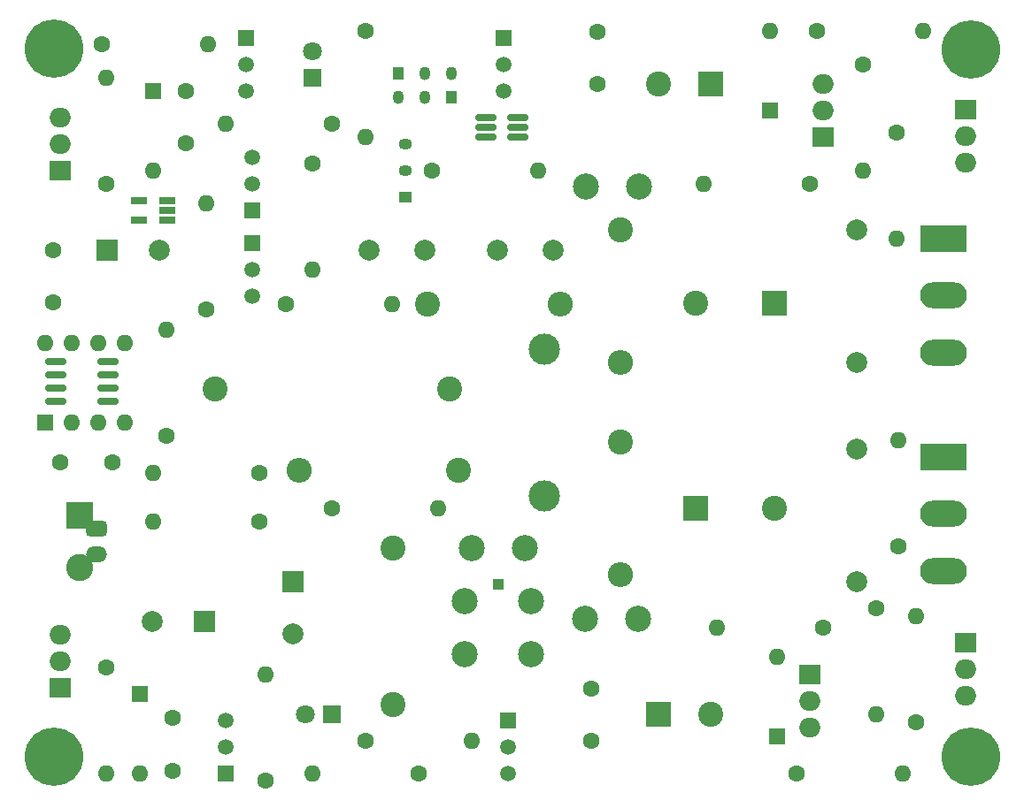
<source format=gbr>
%TF.GenerationSoftware,KiCad,Pcbnew,8.0.3*%
%TF.CreationDate,2024-07-01T09:31:08+02:00*%
%TF.ProjectId,Q17-Mini,5131372d-4d69-46e6-992e-6b696361645f,3.0.1*%
%TF.SameCoordinates,Original*%
%TF.FileFunction,Soldermask,Bot*%
%TF.FilePolarity,Negative*%
%FSLAX46Y46*%
G04 Gerber Fmt 4.6, Leading zero omitted, Abs format (unit mm)*
G04 Created by KiCad (PCBNEW 8.0.3) date 2024-07-01 09:31:08*
%MOMM*%
%LPD*%
G01*
G04 APERTURE LIST*
G04 Aperture macros list*
%AMRoundRect*
0 Rectangle with rounded corners*
0 $1 Rounding radius*
0 $2 $3 $4 $5 $6 $7 $8 $9 X,Y pos of 4 corners*
0 Add a 4 corners polygon primitive as box body*
4,1,4,$2,$3,$4,$5,$6,$7,$8,$9,$2,$3,0*
0 Add four circle primitives for the rounded corners*
1,1,$1+$1,$2,$3*
1,1,$1+$1,$4,$5*
1,1,$1+$1,$6,$7*
1,1,$1+$1,$8,$9*
0 Add four rect primitives between the rounded corners*
20,1,$1+$1,$2,$3,$4,$5,0*
20,1,$1+$1,$4,$5,$6,$7,0*
20,1,$1+$1,$6,$7,$8,$9,0*
20,1,$1+$1,$8,$9,$2,$3,0*%
G04 Aperture macros list end*
%ADD10R,2.000000X1.905000*%
%ADD11O,2.000000X1.905000*%
%ADD12C,2.500000*%
%ADD13C,1.600000*%
%ADD14O,1.600000X1.600000*%
%ADD15R,1.800000X1.800000*%
%ADD16C,1.800000*%
%ADD17R,2.400000X2.400000*%
%ADD18C,2.400000*%
%ADD19C,2.000000*%
%ADD20C,3.600000*%
%ADD21C,5.600000*%
%ADD22R,2.000000X2.000000*%
%ADD23R,1.600000X1.600000*%
%ADD24R,1.300000X1.050000*%
%ADD25O,1.300000X1.050000*%
%ADD26O,2.400000X2.400000*%
%ADD27R,1.500000X1.500000*%
%ADD28C,1.500000*%
%ADD29R,4.500000X2.500000*%
%ADD30O,4.500000X2.500000*%
%ADD31R,1.050000X1.300000*%
%ADD32O,1.050000X1.300000*%
%ADD33C,3.000000*%
%ADD34R,1.000000X1.000000*%
%ADD35R,2.600000X2.600000*%
%ADD36RoundRect,0.375000X-0.625000X0.375000X-0.625000X-0.375000X0.625000X-0.375000X0.625000X0.375000X0*%
%ADD37O,2.000000X1.500000*%
%ADD38C,2.600000*%
%ADD39RoundRect,0.150000X0.850000X0.150000X-0.850000X0.150000X-0.850000X-0.150000X0.850000X-0.150000X0*%
%ADD40R,1.560000X0.650000*%
%ADD41RoundRect,0.150000X0.825000X0.150000X-0.825000X0.150000X-0.825000X-0.150000X0.825000X-0.150000X0*%
G04 APERTURE END LIST*
D10*
%TO.C,Q13*%
X177104495Y-67140037D03*
D11*
X177104495Y-64600037D03*
X177104495Y-62060037D03*
%TD*%
D12*
%TO.C,J3-3*%
X159384495Y-113241037D03*
X154304495Y-113241037D03*
%TD*%
D13*
%TO.C,R19*%
X108077745Y-58250037D03*
D14*
X118237745Y-58250037D03*
%TD*%
D15*
%TO.C,D4*%
X130114495Y-122385037D03*
D16*
X127574495Y-122385037D03*
%TD*%
D17*
%TO.C,C16*%
X164905495Y-102700037D03*
D18*
X172405495Y-102700037D03*
%TD*%
D19*
%TO.C,R12*%
X180279495Y-96985037D03*
X180279495Y-109685037D03*
%TD*%
D10*
%TO.C,Q14*%
X175834495Y-118575037D03*
D11*
X175834495Y-121115037D03*
X175834495Y-123655037D03*
%TD*%
D13*
%TO.C,C12*%
X154879495Y-119925037D03*
X154879495Y-124925037D03*
%TD*%
%TO.C,R6*%
X125669495Y-83127712D03*
D14*
X135829495Y-83127712D03*
%TD*%
D20*
%TO.C,H3*%
X191188820Y-126440889D03*
D21*
X191188820Y-126440889D03*
%TD*%
D13*
%TO.C,R23*%
X130114495Y-102700037D03*
D14*
X140274495Y-102700037D03*
%TD*%
D13*
%TO.C,R21*%
X123764495Y-128735037D03*
D14*
X123764495Y-118575037D03*
%TD*%
D13*
%TO.C,R40*%
X108524495Y-71585037D03*
D14*
X108524495Y-61425037D03*
%TD*%
D13*
%TO.C,R8*%
X185994495Y-123190000D03*
D14*
X185994495Y-113030000D03*
%TD*%
D13*
%TO.C,C11*%
X155514495Y-62020037D03*
X155514495Y-57020037D03*
%TD*%
D22*
%TO.C,C6*%
X117877172Y-113495037D03*
D19*
X112877172Y-113495037D03*
%TD*%
D23*
%TO.C,D2*%
X112969495Y-62735037D03*
D14*
X112969495Y-70355037D03*
%TD*%
D15*
%TO.C,D1*%
X128209495Y-61425037D03*
D16*
X128209495Y-58885037D03*
%TD*%
D18*
%TO.C,C17*%
X135899790Y-106497272D03*
X135899790Y-121497272D03*
%TD*%
D19*
%TO.C,C1*%
X133632943Y-77928513D03*
X139004495Y-77928513D03*
%TD*%
D23*
%TO.C,D3*%
X111699495Y-120480037D03*
D14*
X111699495Y-128100037D03*
%TD*%
D13*
%TO.C,R2*%
X130114495Y-65870037D03*
D14*
X119954495Y-65870037D03*
%TD*%
D20*
%TO.C,H1*%
X103463294Y-58647028D03*
D21*
X103463294Y-58647028D03*
%TD*%
D17*
%TO.C,C14*%
X161309495Y-122385037D03*
D18*
X166309495Y-122385037D03*
%TD*%
D23*
%TO.C,D6*%
X172024495Y-64600037D03*
D14*
X172024495Y-56980037D03*
%TD*%
D22*
%TO.C,C3*%
X108604495Y-77935037D03*
D19*
X113604495Y-77935037D03*
%TD*%
D12*
%TO.C,J3-2*%
X149164495Y-116670037D03*
X149164495Y-111590037D03*
%TD*%
%TO.C,J2-1*%
X148529495Y-106510037D03*
X143449495Y-106510037D03*
%TD*%
D13*
%TO.C,R30*%
X177104495Y-114130037D03*
D14*
X166944495Y-114130037D03*
%TD*%
D10*
%TO.C,Q4*%
X104079495Y-119845037D03*
D11*
X104079495Y-117305037D03*
X104079495Y-114765037D03*
%TD*%
D24*
%TO.C,Q9*%
X137099495Y-72855037D03*
D25*
X137099495Y-70315037D03*
X137099495Y-67775037D03*
%TD*%
D18*
%TO.C,R27*%
X139244311Y-83127712D03*
D26*
X151944311Y-83127712D03*
%TD*%
D27*
%TO.C,Q7*%
X122494360Y-77300037D03*
D28*
X122494360Y-79840037D03*
X122494360Y-82380037D03*
%TD*%
D13*
%TO.C,R18*%
X114239495Y-95715037D03*
D14*
X114239495Y-85555037D03*
%TD*%
D19*
%TO.C,C10*%
X151244923Y-77935037D03*
X145873371Y-77935037D03*
%TD*%
D13*
%TO.C,R29*%
X175834495Y-71585037D03*
D14*
X165674495Y-71585037D03*
%TD*%
D29*
%TO.C,Q15*%
X188595000Y-76835000D03*
D30*
X188595000Y-82285000D03*
X188595000Y-87735000D03*
%TD*%
D27*
%TO.C,Q3*%
X119954495Y-128100037D03*
D28*
X119954495Y-125560037D03*
X119954495Y-123020037D03*
%TD*%
D29*
%TO.C,Q16*%
X188595000Y-97752220D03*
D30*
X188595000Y-103202220D03*
X188595000Y-108652220D03*
%TD*%
D18*
%TO.C,R28*%
X157673495Y-96350037D03*
D26*
X157673495Y-109050037D03*
%TD*%
D18*
%TO.C,C7*%
X118864495Y-91270037D03*
X141364495Y-91270037D03*
%TD*%
D13*
%TO.C,C8*%
X114874495Y-122779843D03*
X114874495Y-127779843D03*
%TD*%
%TO.C,R16*%
X123129495Y-99271037D03*
D14*
X112969495Y-99271037D03*
%TD*%
D13*
%TO.C,C5*%
X104079495Y-98255037D03*
X109079495Y-98255037D03*
%TD*%
D31*
%TO.C,Q111*%
X141544495Y-63330037D03*
D32*
X139004495Y-63330037D03*
X136464495Y-63330037D03*
%TD*%
D13*
%TO.C,R24*%
X139639495Y-70315037D03*
D14*
X149799495Y-70315037D03*
%TD*%
D17*
%TO.C,C13*%
X166309495Y-62060037D03*
D18*
X161309495Y-62060037D03*
%TD*%
D27*
%TO.C,Q2*%
X121859495Y-57610037D03*
D28*
X121859495Y-60150037D03*
X121859495Y-62690037D03*
%TD*%
D13*
%TO.C,C4*%
X103444495Y-77935037D03*
X103444495Y-82935037D03*
%TD*%
D20*
%TO.C,H2*%
X191175082Y-58697768D03*
D21*
X191175082Y-58697768D03*
%TD*%
D13*
%TO.C,R4*%
X128209495Y-69680037D03*
D14*
X128209495Y-79840037D03*
%TD*%
D13*
%TO.C,R9*%
X174564495Y-128100037D03*
D14*
X184724495Y-128100037D03*
%TD*%
D18*
%TO.C,R31*%
X142164495Y-98994079D03*
D26*
X126924495Y-98994079D03*
%TD*%
D13*
%TO.C,C9*%
X116144495Y-67735037D03*
X116144495Y-62735037D03*
%TD*%
%TO.C,R1*%
X118049495Y-83650037D03*
D14*
X118049495Y-73490037D03*
%TD*%
D10*
%TO.C,Q6*%
X190698000Y-115570000D03*
D11*
X190698000Y-118110000D03*
X190698000Y-120650000D03*
%TD*%
D33*
%TO.C,L1*%
X150415807Y-87457846D03*
X150415807Y-101457846D03*
%TD*%
D12*
%TO.C,J2-2*%
X142814495Y-116670037D03*
X142814495Y-111590037D03*
%TD*%
D18*
%TO.C,R26*%
X157673495Y-76030037D03*
D26*
X157673495Y-88730037D03*
%TD*%
D13*
%TO.C,R20*%
X138369495Y-128100037D03*
D14*
X128209495Y-128100037D03*
%TD*%
D13*
%TO.C,R14*%
X184089495Y-66672737D03*
D14*
X184089495Y-76832737D03*
%TD*%
D13*
%TO.C,R15*%
X184277000Y-106299000D03*
D14*
X184277000Y-96139000D03*
%TD*%
D13*
%TO.C,R41*%
X108524495Y-117940037D03*
D14*
X108524495Y-128100037D03*
%TD*%
D10*
%TO.C,Q5*%
X190698000Y-64516000D03*
D11*
X190698000Y-67056000D03*
X190698000Y-69596000D03*
%TD*%
D13*
%TO.C,R7*%
X180914495Y-60155037D03*
D14*
X180914495Y-70315037D03*
%TD*%
D27*
%TO.C,Q10*%
X146497495Y-57615037D03*
D28*
X146497495Y-60155037D03*
X146497495Y-62695037D03*
%TD*%
D13*
%TO.C,R13*%
X182184495Y-112225037D03*
D14*
X182184495Y-122385037D03*
%TD*%
D27*
%TO.C,Q12*%
X146899495Y-123020037D03*
D28*
X146899495Y-125560037D03*
X146899495Y-128100037D03*
%TD*%
D13*
%TO.C,R25*%
X133289495Y-124925037D03*
D14*
X143449495Y-124925037D03*
%TD*%
D17*
%TO.C,C15*%
X172405495Y-83015037D03*
D18*
X164905495Y-83015037D03*
%TD*%
D13*
%TO.C,R10*%
X176469495Y-56980037D03*
D14*
X186629495Y-56980037D03*
%TD*%
D20*
%TO.C,H4*%
X103475185Y-126428054D03*
D21*
X103475185Y-126428054D03*
%TD*%
D31*
%TO.C,Q11*%
X136394495Y-61044037D03*
D32*
X138934495Y-61044037D03*
X141474495Y-61044037D03*
%TD*%
D27*
%TO.C,Q8*%
X122494495Y-74125037D03*
D28*
X122494495Y-71585037D03*
X122494495Y-69045037D03*
%TD*%
D10*
%TO.C,Q1*%
X104079495Y-70315037D03*
D11*
X104079495Y-67775037D03*
X104079495Y-65235037D03*
%TD*%
D13*
%TO.C,R3*%
X133289495Y-56980037D03*
D14*
X133289495Y-67140037D03*
%TD*%
D19*
%TO.C,R11*%
X180279495Y-76030037D03*
X180279495Y-88730037D03*
%TD*%
D34*
%TO.C,J4*%
X145989495Y-109939037D03*
%TD*%
D35*
%TO.C,J1*%
X105984495Y-103335037D03*
D36*
X107596495Y-104585037D03*
D37*
X107596495Y-107085037D03*
D38*
X105984495Y-108335037D03*
%TD*%
D22*
%TO.C,C2*%
X126324538Y-109711651D03*
D19*
X126324538Y-114711651D03*
%TD*%
D23*
%TO.C,U1'*%
X102657426Y-94445037D03*
D14*
X105197426Y-94445037D03*
X107737426Y-94445037D03*
X110277426Y-94445037D03*
X110277426Y-86825037D03*
X107737426Y-86825037D03*
X105197426Y-86825037D03*
X102657426Y-86825037D03*
%TD*%
D23*
%TO.C,D5*%
X172690981Y-124535037D03*
D14*
X172690981Y-116915037D03*
%TD*%
D12*
%TO.C,J3-1*%
X159451495Y-71839037D03*
X154371495Y-71839037D03*
%TD*%
D13*
%TO.C,R17*%
X123129495Y-103970037D03*
D14*
X112969495Y-103970037D03*
%TD*%
D39*
%TO.C,U2*%
X147894495Y-65240037D03*
X147894495Y-66190037D03*
X147894495Y-67140037D03*
X144846495Y-67140037D03*
X144846495Y-66190037D03*
X144846495Y-65240037D03*
%TD*%
D40*
%TO.C,Q7'*%
X114319495Y-73175037D03*
X114319495Y-74125037D03*
X114319495Y-75075037D03*
X111619495Y-75075037D03*
X111619495Y-73175037D03*
%TD*%
D41*
%TO.C,U1*%
X108617921Y-88645134D03*
X108617921Y-89915134D03*
X108617921Y-91185134D03*
X108617921Y-92455134D03*
X103667921Y-92455134D03*
X103667921Y-91185134D03*
X103667921Y-89915134D03*
X103667921Y-88645134D03*
%TD*%
M02*

</source>
